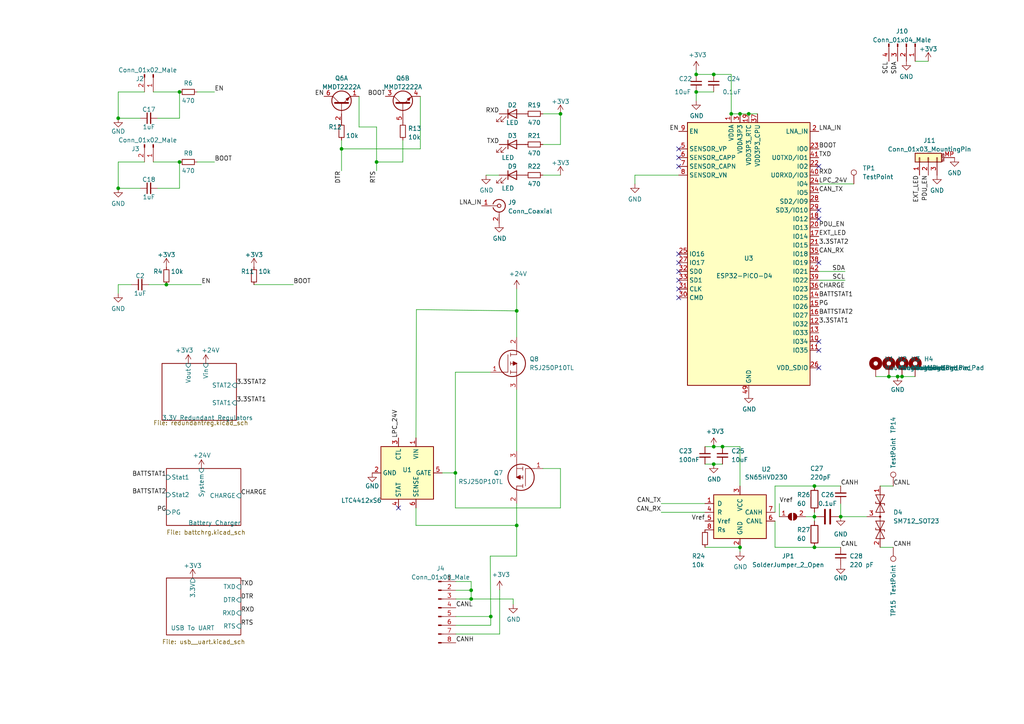
<source format=kicad_sch>
(kicad_sch (version 20211123) (generator eeschema)
  (paper "A4")
  (lib_symbols
    (symbol "Connector:Conn_01x02_Male" (pin_names (offset 1.016) hide)
      (property "Reference" "J" (at 0 2.54 0))
      (property "Value" "Conn_01x02_Male" (at 0 -5.08 0))
      (symbol "Conn_01x02_Male_1_1"
        (polyline (pts (xy 1.27 -2.54) (xy 0.8636 -2.54)) (stroke (width 0.1524)))
        (polyline (pts (xy 1.27 0) (xy 0.8636 0)) (stroke (width 0.1524)))
        (rectangle (start 0.8636 -2.413) (end 0 -2.667) (stroke (width 0.1524)) (fill (type outline)))
        (rectangle (start 0.8636 0.127) (end 0 -0.127) (stroke (width 0.1524)) (fill (type outline)))
        (pin passive line (at 5.08 0 180) (length 3.81) (name "Pin_1") (number "1"))
        (pin passive line (at 5.08 -2.54 180) (length 3.81) (name "Pin_2") (number "2"))
      )
    )
    (symbol "Connector:Conn_01x04_Male" (pin_names (offset 1.016) hide)
      (property "Reference" "J" (at 0 5.08 0))
      (property "Value" "Conn_01x04_Male" (at 0 -7.62 0))
      (symbol "Conn_01x04_Male_1_1"
        (polyline (pts (xy 1.27 -5.08) (xy 0.8636 -5.08)) (stroke (width 0.1524)))
        (polyline (pts (xy 1.27 -2.54) (xy 0.8636 -2.54)) (stroke (width 0.1524)))
        (polyline (pts (xy 1.27 0) (xy 0.8636 0)) (stroke (width 0.1524)))
        (polyline (pts (xy 1.27 2.54) (xy 0.8636 2.54)) (stroke (width 0.1524)))
        (rectangle (start 0.8636 -4.953) (end 0 -5.207) (stroke (width 0.1524)) (fill (type outline)))
        (rectangle (start 0.8636 -2.413) (end 0 -2.667) (stroke (width 0.1524)) (fill (type outline)))
        (rectangle (start 0.8636 0.127) (end 0 -0.127) (stroke (width 0.1524)) (fill (type outline)))
        (rectangle (start 0.8636 2.667) (end 0 2.413) (stroke (width 0.1524)) (fill (type outline)))
        (pin passive line (at 5.08 2.54 180) (length 3.81) (name "Pin_1") (number "1"))
        (pin passive line (at 5.08 0 180) (length 3.81) (name "Pin_2") (number "2"))
        (pin passive line (at 5.08 -2.54 180) (length 3.81) (name "Pin_3") (number "3"))
        (pin passive line (at 5.08 -5.08 180) (length 3.81) (name "Pin_4") (number "4"))
      )
    )
    (symbol "Connector:Conn_01x08_Male" (pin_names (offset 1.016) hide)
      (property "Reference" "J" (at 0 10.16 0))
      (property "Value" "Conn_01x08_Male" (at 0 -12.7 0))
      (symbol "Conn_01x08_Male_1_1"
        (polyline (pts (xy 1.27 -10.16) (xy 0.8636 -10.16)) (stroke (width 0.1524)))
        (polyline (pts (xy 1.27 -7.62) (xy 0.8636 -7.62)) (stroke (width 0.1524)))
        (polyline (pts (xy 1.27 -5.08) (xy 0.8636 -5.08)) (stroke (width 0.1524)))
        (polyline (pts (xy 1.27 -2.54) (xy 0.8636 -2.54)) (stroke (width 0.1524)))
        (polyline (pts (xy 1.27 0) (xy 0.8636 0)) (stroke (width 0.1524)))
        (polyline (pts (xy 1.27 2.54) (xy 0.8636 2.54)) (stroke (width 0.1524)))
        (polyline (pts (xy 1.27 5.08) (xy 0.8636 5.08)) (stroke (width 0.1524)))
        (polyline (pts (xy 1.27 7.62) (xy 0.8636 7.62)) (stroke (width 0.1524)))
        (rectangle (start 0.8636 -10.033) (end 0 -10.287) (stroke (width 0.1524)) (fill (type outline)))
        (rectangle (start 0.8636 -7.493) (end 0 -7.747) (stroke (width 0.1524)) (fill (type outline)))
        (rectangle (start 0.8636 -4.953) (end 0 -5.207) (stroke (width 0.1524)) (fill (type outline)))
        (rectangle (start 0.8636 -2.413) (end 0 -2.667) (stroke (width 0.1524)) (fill (type outline)))
        (rectangle (start 0.8636 0.127) (end 0 -0.127) (stroke (width 0.1524)) (fill (type outline)))
        (rectangle (start 0.8636 2.667) (end 0 2.413) (stroke (width 0.1524)) (fill (type outline)))
        (rectangle (start 0.8636 5.207) (end 0 4.953) (stroke (width 0.1524)) (fill (type outline)))
        (rectangle (start 0.8636 7.747) (end 0 7.493) (stroke (width 0.1524)) (fill (type outline)))
        (pin passive line (at 5.08 7.62 180) (length 3.81) (name "Pin_1") (number "1"))
        (pin passive line (at 5.08 5.08 180) (length 3.81) (name "Pin_2") (number "2"))
        (pin passive line (at 5.08 2.54 180) (length 3.81) (name "Pin_3") (number "3"))
        (pin passive line (at 5.08 0 180) (length 3.81) (name "Pin_4") (number "4"))
        (pin passive line (at 5.08 -2.54 180) (length 3.81) (name "Pin_5") (number "5"))
        (pin passive line (at 5.08 -5.08 180) (length 3.81) (name "Pin_6") (number "6"))
        (pin passive line (at 5.08 -7.62 180) (length 3.81) (name "Pin_7") (number "7"))
        (pin passive line (at 5.08 -10.16 180) (length 3.81) (name "Pin_8") (number "8"))
      )
    )
    (symbol "Connector:Conn_Coaxial" (pin_names (offset 1.016) hide)
      (property "Reference" "J" (at 0.254 3.048 0))
      (property "Value" "Conn_Coaxial" (at 2.921 0 90))
      (symbol "Conn_Coaxial_0_1"
        (arc (start -1.778 -0.508) (mid 0.222 -1.808) (end 1.778 0) (stroke (width 0.254)))
        (polyline (pts (xy -2.54 0) (xy -0.508 0)))
        (polyline (pts (xy 0 -2.54) (xy 0 -1.778)))
        (circle (center 0 0) (radius 0.508) (stroke (width 0.2032)))
        (arc (start 1.778 0) (mid 0.222 1.8083) (end -1.778 0.508) (stroke (width 0.254)))
      )
      (symbol "Conn_Coaxial_1_1"
        (pin passive line (at -5.08 0 0) (length 2.54) (name "In") (number "1"))
        (pin passive line (at 0 -5.08 90) (length 2.54) (name "Ext") (number "2"))
      )
    )
    (symbol "Connector:TestPoint" (pin_numbers hide) (pin_names (offset 0.762) hide)
      (property "Reference" "TP" (at 0 6.858 0))
      (property "Value" "TestPoint" (at 0 5.08 0))
      (symbol "TestPoint_0_1"
        (circle (center 0 3.302) (radius 0.762))
      )
      (symbol "TestPoint_1_1"
        (pin passive line (at 0 0 90) (length 2.54) (name "1") (number "1"))
      )
    )
    (symbol "Connector_Generic_MountingPin:Conn_01x03_MountingPin" (pin_names (offset 1.016) hide)
      (property "Reference" "J" (at 0 5.08 0))
      (property "Value" "Conn_01x03_MountingPin" (at 1.27 -5.08 0))
      (symbol "Conn_01x03_MountingPin_1_1"
        (rectangle (start -1.27 -2.413) (end 0 -2.667) (stroke (width 0.1524)))
        (rectangle (start -1.27 0.127) (end 0 -0.127) (stroke (width 0.1524)))
        (rectangle (start -1.27 2.667) (end 0 2.413) (stroke (width 0.1524)))
        (rectangle (start -1.27 3.81) (end 1.27 -3.81) (stroke (width 0.254)) (fill (type background)))
        (polyline (pts (xy -1.016 -4.572) (xy 1.016 -4.572)) (stroke (width 0.1524)))
        (text "Mounting" (at 0 -4.191 0) (effects (font (size 0.381 0.381))))
        (pin passive line (at -5.08 2.54 0) (length 3.81) (name "Pin_1") (number "1"))
        (pin passive line (at -5.08 0 0) (length 3.81) (name "Pin_2") (number "2"))
        (pin passive line (at -5.08 -2.54 0) (length 3.81) (name "Pin_3") (number "3"))
        (pin passive line (at 0 -7.62 90) (length 3.048) (name "MountPin") (number "MP"))
      )
    )
    (symbol "Device:C" (pin_numbers hide) (pin_names (offset 0.254))
      (property "Reference" "C" (at 0.635 2.54 0))
      (property "Value" "C" (at 0.635 -2.54 0))
      (symbol "C_0_1"
        (polyline (pts (xy -2.032 -0.762) (xy 2.032 -0.762)) (stroke (width 0.508)))
        (polyline (pts (xy -2.032 0.762) (xy 2.032 0.762)) (stroke (width 0.508)))
      )
      (symbol "C_1_1"
        (pin passive line (at 0 3.81 270) (length 2.794) (name "~") (number "1"))
        (pin passive line (at 0 -3.81 90) (length 2.794) (name "~") (number "2"))
      )
    )
    (symbol "Device:C_Small" (pin_numbers hide) (pin_names (offset 0.254) hide)
      (property "Reference" "C" (at 0.254 1.778 0))
      (property "Value" "C_Small" (at 0.254 -2.032 0))
      (symbol "C_Small_0_1"
        (polyline (pts (xy -1.524 -0.508) (xy 1.524 -0.508)) (stroke (width 0.3302)))
        (polyline (pts (xy -1.524 0.508) (xy 1.524 0.508)) (stroke (width 0.3048)))
      )
      (symbol "C_Small_1_1"
        (pin passive line (at 0 2.54 270) (length 2.032) (name "~") (number "1"))
        (pin passive line (at 0 -2.54 90) (length 2.032) (name "~") (number "2"))
      )
    )
    (symbol "Device:LED" (pin_numbers hide) (pin_names (offset 1.016) hide)
      (property "Reference" "D" (at 0 2.54 0))
      (property "Value" "LED" (at 0 -2.54 0))
      (symbol "LED_0_1"
        (polyline (pts (xy -1.27 -1.27) (xy -1.27 1.27)) (stroke (width 0.254)))
        (polyline (pts (xy -1.27 0) (xy 1.27 0)))
        (polyline (pts (xy 1.27 -1.27) (xy 1.27 1.27) (xy -1.27 0) (xy 1.27 -1.27)) (stroke (width 0.254)))
        (polyline (pts (xy -3.048 -0.762) (xy -4.572 -2.286) (xy -3.81 -2.286) (xy -4.572 -2.286) (xy -4.572 -1.524)))
        (polyline (pts (xy -1.778 -0.762) (xy -3.302 -2.286) (xy -2.54 -2.286) (xy -3.302 -2.286) (xy -3.302 -1.524)))
      )
      (symbol "LED_1_1"
        (pin passive line (at -3.81 0 0) (length 2.54) (name "K") (number "1"))
        (pin passive line (at 3.81 0 180) (length 2.54) (name "A") (number "2"))
      )
    )
    (symbol "Device:R" (pin_numbers hide) (pin_names (offset 0))
      (property "Reference" "R" (at 2.032 0 90))
      (property "Value" "R" (at 0 0 90))
      (symbol "R_0_1"
        (rectangle (start -1.016 -2.54) (end 1.016 2.54) (stroke (width 0.254)))
      )
      (symbol "R_1_1"
        (pin passive line (at 0 3.81 270) (length 1.27) (name "~") (number "1"))
        (pin passive line (at 0 -3.81 90) (length 1.27) (name "~") (number "2"))
      )
    )
    (symbol "Device:R_Small" (pin_numbers hide) (pin_names (offset 0.254) hide)
      (property "Reference" "R" (at 0.762 0.508 0))
      (property "Value" "R_Small" (at 0.762 -1.016 0))
      (symbol "R_Small_0_1"
        (rectangle (start -0.762 1.778) (end 0.762 -1.778) (stroke (width 0.2032)))
      )
      (symbol "R_Small_1_1"
        (pin passive line (at 0 2.54 270) (length 0.762) (name "~") (number "1"))
        (pin passive line (at 0 -2.54 90) (length 0.762) (name "~") (number "2"))
      )
    )
    (symbol "Diode:SM712_SOT23" (pin_names (offset 1.016) hide)
      (property "Reference" "D" (at 0 4.445 0))
      (property "Value" "SM712_SOT23" (at 0 2.54 0))
      (symbol "SM712_SOT23_0_0"
        (polyline (pts (xy 0 -1.27) (xy 0 0)))
      )
      (symbol "SM712_SOT23_0_1"
        (polyline (pts (xy -6.35 0) (xy 6.35 0)))
        (polyline (pts (xy -3.302 1.27) (xy -3.81 1.27) (xy -3.81 -1.27) (xy -4.318 -1.27)) (stroke (width 0.2032)))
        (polyline (pts (xy 4.318 1.27) (xy 3.81 1.27) (xy 3.81 -1.27) (xy 3.302 -1.27)) (stroke (width 0.2032)))
        (polyline (pts (xy -6.35 -1.27) (xy -1.27 1.27) (xy -1.27 -1.27) (xy -6.35 1.27) (xy -6.35 -1.27)) (stroke (width 0.2032)))
        (polyline (pts (xy 1.27 -1.27) (xy 1.27 1.27) (xy 6.35 -1.27) (xy 6.35 1.27) (xy 1.27 -1.27)) (stroke (width 0.2032)))
        (circle (center 0 0) (radius 0.254) (fill (type outline)))
      )
      (symbol "SM712_SOT23_1_1"
        (pin passive line (at -8.89 0 0) (length 2.54) (name "A1") (number "1"))
        (pin passive line (at 8.89 0 180) (length 2.54) (name "A2") (number "2"))
        (pin input line (at 0 -3.81 90) (length 2.54) (name "common") (number "3"))
      )
    )
    (symbol "Interface_CAN_LIN:SN65HVD230" (pin_names (offset 1.016))
      (property "Reference" "U" (at -2.54 10.16 0))
      (property "Value" "SN65HVD230" (at -2.54 7.62 0))
      (symbol "SN65HVD230_0_1"
        (rectangle (start -7.62 5.08) (end 7.62 -7.62) (stroke (width 0.254)) (fill (type background)))
      )
      (symbol "SN65HVD230_1_1"
        (pin input line (at -10.16 2.54 0) (length 2.54) (name "D") (number "1"))
        (pin power_in line (at 0 -10.16 90) (length 2.54) (name "GND") (number "2"))
        (pin power_in line (at 0 7.62 270) (length 2.54) (name "VCC") (number "3"))
        (pin output line (at -10.16 0 0) (length 2.54) (name "R") (number "4"))
        (pin output line (at -10.16 -2.54 0) (length 2.54) (name "Vref") (number "5"))
        (pin bidirectional line (at 10.16 -2.54 180) (length 2.54) (name "CANL") (number "6"))
        (pin bidirectional line (at 10.16 0 180) (length 2.54) (name "CANH") (number "7"))
        (pin input line (at -10.16 -5.08 0) (length 2.54) (name "Rs") (number "8"))
      )
    )
    (symbol "Jumper:SolderJumper_2_Open" (pin_names (offset 0) hide)
      (property "Reference" "JP" (at 0 2.032 0))
      (property "Value" "SolderJumper_2_Open" (at 0 -2.54 0))
      (symbol "SolderJumper_2_Open_0_1"
        (arc (start -0.254 1.016) (mid -1.27 0) (end -0.254 -1.016))
        (arc (start -0.254 1.016) (mid -1.27 0) (end -0.254 -1.016) (fill (type outline)))
        (polyline (pts (xy -0.254 1.016) (xy -0.254 -1.016)))
        (polyline (pts (xy 0.254 1.016) (xy 0.254 -1.016)))
        (arc (start 0.254 -1.016) (mid 1.27 0) (end 0.254 1.016))
        (arc (start 0.254 -1.016) (mid 1.27 0) (end 0.254 1.016) (fill (type outline)))
      )
      (symbol "SolderJumper_2_Open_1_1"
        (pin passive line (at -3.81 0 0) (length 2.54) (name "A") (number "1"))
        (pin passive line (at 3.81 0 180) (length 2.54) (name "B") (number "2"))
      )
    )
    (symbol "Mechanical:MountingHole_Pad" (pin_numbers hide) (pin_names (offset 1.016) hide)
      (property "Reference" "H" (at 0 6.35 0))
      (property "Value" "MountingHole_Pad" (at 0 4.445 0))
      (symbol "MountingHole_Pad_0_1"
        (circle (center 0 1.27) (radius 1.27) (stroke (width 1.27)))
      )
      (symbol "MountingHole_Pad_1_1"
        (pin input line (at 0 -2.54 90) (length 2.54) (name "1") (number "1"))
      )
    )
    (symbol "Power_Management:LTC4412xS6"
      (property "Reference" "U" (at -6.35 8.89 0))
      (property "Value" "LTC4412xS6" (at 6.35 8.89 0))
      (symbol "LTC4412xS6_0_1"
        (rectangle (start -7.62 7.62) (end 7.62 -7.62) (stroke (width 0.254)) (fill (type background)))
      )
      (symbol "LTC4412xS6_1_1"
        (pin power_in line (at -10.16 2.54 0) (length 2.54) (name "VIN") (number "1"))
        (pin power_in line (at 0 -10.16 90) (length 2.54) (name "GND") (number "2"))
        (pin input line (at -10.16 -2.54 0) (length 2.54) (name "CTL") (number "3"))
        (pin open_collector line (at 10.16 -2.54 180) (length 2.54) (name "STAT") (number "4"))
        (pin output line (at 0 10.16 270) (length 2.54) (name "GATE") (number "5"))
        (pin input line (at 10.16 2.54 180) (length 2.54) (name "SENSE") (number "6"))
      )
    )
    (symbol "RF_Module:ESP32-PICO-D4"
      (property "Reference" "U" (at -17.78 39.37 0))
      (property "Value" "ESP32-PICO-D4" (at 3.81 39.37 0))
      (symbol "ESP32-PICO-D4_0_0"
        (pin power_in line (at -5.08 40.64 270) (length 2.54) (name "VDDA") (number "1"))
        (pin input line (at 20.32 -25.4 180) (length 2.54) (name "IO34") (number "10"))
        (pin input line (at 20.32 -27.94 180) (length 2.54) (name "IO35") (number "11"))
        (pin bidirectional line (at 20.32 -20.32 180) (length 2.54) (name "IO32") (number "12"))
        (pin bidirectional line (at 20.32 -22.86 180) (length 2.54) (name "IO33") (number "13"))
        (pin bidirectional line (at 20.32 -12.7 180) (length 2.54) (name "IO25") (number "14"))
        (pin bidirectional line (at 20.32 -15.24 180) (length 2.54) (name "IO26") (number "15"))
        (pin bidirectional line (at 20.32 -17.78 180) (length 2.54) (name "IO27") (number "16"))
        (pin bidirectional line (at 20.32 5.08 180) (length 2.54) (name "IO14") (number "17"))
        (pin bidirectional line (at 20.32 10.16 180) (length 2.54) (name "IO12") (number "18"))
        (pin power_in line (at 0 40.64 270) (length 2.54) (name "VDD3P3_RTC") (number "19"))
        (pin bidirectional line (at 20.32 35.56 180) (length 2.54) (name "LNA_IN") (number "2"))
        (pin bidirectional line (at 20.32 7.62 180) (length 2.54) (name "IO13") (number "20"))
        (pin bidirectional line (at 20.32 2.54 180) (length 2.54) (name "IO15") (number "21"))
        (pin bidirectional line (at 20.32 25.4 180) (length 2.54) (name "IO2") (number "22"))
        (pin bidirectional line (at 20.32 30.48 180) (length 2.54) (name "IO0") (number "23"))
        (pin bidirectional line (at 20.32 20.32 180) (length 2.54) (name "IO4") (number "24"))
        (pin bidirectional line (at -20.32 0 0) (length 2.54) (name "IO16") (number "25"))
        (pin power_out line (at 20.32 -33.02 180) (length 2.54) (name "VDD_SDIO") (number "26"))
        (pin bidirectional line (at -20.32 -2.54 0) (length 2.54) (name "IO17") (number "27"))
        (pin bidirectional line (at 20.32 15.24 180) (length 2.54) (name "SD2/IO9") (number "28"))
        (pin bidirectional line (at 20.32 12.7 180) (length 2.54) (name "SD3/IO10") (number "29"))
        (pin power_in line (at -2.54 40.64 270) (length 2.54) (name "VDDA3P3") (number "3"))
        (pin bidirectional line (at -20.32 -12.7 0) (length 2.54) (name "CMD") (number "30"))
        (pin bidirectional line (at -20.32 -10.16 0) (length 2.54) (name "CLK") (number "31"))
        (pin bidirectional line (at -20.32 -5.08 0) (length 2.54) (name "SD0") (number "32"))
        (pin bidirectional line (at -20.32 -7.62 0) (length 2.54) (name "SD1") (number "33"))
        (pin bidirectional line (at 20.32 17.78 180) (length 2.54) (name "IO5") (number "34"))
        (pin bidirectional line (at 20.32 0 180) (length 2.54) (name "IO18") (number "35"))
        (pin bidirectional line (at 20.32 -10.16 180) (length 2.54) (name "IO23") (number "36"))
        (pin power_in line (at 2.54 40.64 270) (length 2.54) (name "VDD3P3_CPU") (number "37"))
        (pin bidirectional line (at 20.32 -2.54 180) (length 2.54) (name "IO19") (number "38"))
        (pin bidirectional line (at 20.32 -7.62 180) (length 2.54) (name "IO22") (number "39"))
        (pin passive line (at -2.54 40.64 270) (length 2.54) hide (name "VDDA3P3") (number "4"))
        (pin bidirectional line (at 20.32 22.86 180) (length 2.54) (name "U0RXD/IO3") (number "40"))
        (pin bidirectional line (at 20.32 27.94 180) (length 2.54) (name "U0TXD/IO1") (number "41"))
        (pin bidirectional line (at 20.32 -5.08 180) (length 2.54) (name "IO21") (number "42"))
        (pin passive line (at -5.08 40.64 270) (length 2.54) hide (name "VDDA") (number "43"))
        (pin no_connect line (at -17.78 -25.4 0) (length 2.54) hide (name "XTAL_N_NC") (number "44"))
        (pin no_connect line (at -17.78 -27.94 0) (length 2.54) hide (name "XTAL_P_NC") (number "45"))
        (pin passive line (at -5.08 40.64 270) (length 2.54) hide (name "VDDA") (number "46"))
        (pin no_connect line (at -17.78 -30.48 0) (length 2.54) hide (name "CAP2_NC") (number "47"))
        (pin no_connect line (at -17.78 -33.02 0) (length 2.54) hide (name "CAP1_NC") (number "48"))
        (pin power_in line (at 0 -40.64 90) (length 2.54) (name "GND") (number "49"))
        (pin input line (at -20.32 30.48 0) (length 2.54) (name "SENSOR_VP") (number "5"))
        (pin input line (at -20.32 27.94 0) (length 2.54) (name "SENSOR_CAPP") (number "6"))
        (pin input line (at -20.32 25.4 0) (length 2.54) (name "SENSOR_CAPN") (number "7"))
        (pin input line (at -20.32 22.86 0) (length 2.54) (name "SENSOR_VN") (number "8"))
        (pin input line (at -20.32 35.56 0) (length 2.54) (name "EN") (number "9"))
      )
      (symbol "ESP32-PICO-D4_0_1"
        (rectangle (start -17.78 38.1) (end 17.78 -38.1) (stroke (width 0.254)) (fill (type background)))
      )
    )
    (symbol "Transistor_BJT:MMDT2222A" (pin_names (offset 0) hide)
      (property "Reference" "Q" (at 5.08 1.27 0))
      (property "Value" "MMDT2222A" (at 5.08 -1.27 0))
      (symbol "MMDT2222A_0_1"
        (polyline (pts (xy 0.635 0) (xy -2.54 0)))
        (polyline (pts (xy 0.635 0.635) (xy 2.54 2.54)))
        (polyline (pts (xy 0.635 -0.635) (xy 2.54 -2.54) (xy 2.54 -2.54)))
        (polyline (pts (xy 0.635 1.905) (xy 0.635 -1.905) (xy 0.635 -1.905)) (stroke (width 0.508)))
        (polyline (pts (xy 1.27 -1.778) (xy 1.778 -1.27) (xy 2.286 -2.286) (xy 1.27 -1.778) (xy 1.27 -1.778)) (fill (type outline)))
        (circle (center 1.27 0) (radius 2.8194) (stroke (width 0.254)))
      )
      (symbol "MMDT2222A_1_1"
        (pin passive line (at 2.54 -5.08 90) (length 2.54) (name "E1") (number "1"))
        (pin input line (at -5.08 0 0) (length 2.54) (name "B1") (number "2"))
        (pin passive line (at 2.54 5.08 270) (length 2.54) (name "C1") (number "6"))
      )
      (symbol "MMDT2222A_2_1"
        (pin passive line (at 2.54 5.08 270) (length 2.54) (name "C2") (number "3"))
        (pin passive line (at 2.54 -5.08 90) (length 2.54) (name "E2") (number "4"))
        (pin input line (at -5.08 0 0) (length 2.54) (name "B2") (number "5"))
      )
    )
    (symbol "iclr:RSJ250P10TL" (pin_names (offset 0.762))
      (property "Reference" "Q" (at 11.43 3.81 0))
      (property "Value" "RSJ250P10TL" (at 11.43 1.27 0))
      (symbol "RSJ250P10TL_0_0"
        (pin passive line (at 0 0 0) (length 2.54) (name "~") (number "1"))
        (pin passive line (at 7.62 10.16 270) (length 2.54) (name "~") (number "2"))
        (pin passive line (at 7.62 -5.08 90) (length 2.54) (name "~") (number "3"))
      )
      (symbol "RSJ250P10TL_0_1"
        (polyline (pts (xy 5.842 -0.508) (xy 5.842 0.508)) (stroke (width 0.1524)))
        (polyline (pts (xy 5.842 0) (xy 7.62 0)) (stroke (width 0.1524)))
        (polyline (pts (xy 5.842 2.032) (xy 5.842 3.048)) (stroke (width 0.1524)))
        (polyline (pts (xy 5.842 5.588) (xy 5.842 4.572)) (stroke (width 0.1524)))
        (polyline (pts (xy 7.62 2.54) (xy 5.842 2.54)) (stroke (width 0.1524)))
        (polyline (pts (xy 7.62 2.54) (xy 7.62 -2.54)) (stroke (width 0.1524)))
        (polyline (pts (xy 7.62 5.08) (xy 5.842 5.08)) (stroke (width 0.1524)))
        (polyline (pts (xy 7.62 5.08) (xy 7.62 7.62)) (stroke (width 0.1524)))
        (polyline (pts (xy 2.54 0) (xy 5.08 0) (xy 5.08 5.08)) (stroke (width 0.1524)))
        (polyline (pts (xy 7.62 2.54) (xy 6.604 3.048) (xy 6.604 2.032) (xy 7.62 2.54)) (stroke (width 0.254)) (fill (type outline)))
        (circle (center 6.35 2.54) (radius 3.81) (stroke (width 0.254)))
      )
    )
    (symbol "power:+24V" (power) (pin_names (offset 0))
      (property "Value" "+24V" (at 0 3.556 0))
      (symbol "+24V_0_1"
        (polyline (pts (xy -0.762 1.27) (xy 0 2.54)))
        (polyline (pts (xy 0 0) (xy 0 2.54)))
        (polyline (pts (xy 0 2.54) (xy 0.762 1.27)))
      )
      (symbol "+24V_1_1"
        (pin power_in line (at 0 0 90) (length 0) hide (name "+24V") (number "1"))
      )
    )
    (symbol "power:+3.3V" (power) (pin_names (offset 0))
      (property "Value" "+3.3V" (at 0 3.556 0))
      (symbol "+3.3V_0_1"
        (polyline (pts (xy -0.762 1.27) (xy 0 2.54)))
        (polyline (pts (xy 0 0) (xy 0 2.54)))
        (polyline (pts (xy 0 2.54) (xy 0.762 1.27)))
      )
      (symbol "+3.3V_1_1"
        (pin power_in line (at 0 0 90) (length 0) hide (name "+3V3") (number "1"))
      )
    )
    (symbol "power:GND" (power) (pin_names (offset 0))
      (property "Value" "GND" (at 0 -3.81 0))
      (symbol "GND_0_1"
        (polyline (pts (xy 0 0) (xy 0 -1.27) (xy 1.27 -1.27) (xy 0 -2.54) (xy -1.27 -1.27) (xy 0 -1.27)))
      )
      (symbol "GND_1_1"
        (pin power_in line (at 0 0 270) (length 0) hide (name "GND") (number "1"))
      )
    )
  )
  (junction (at 217.17 33.02))
  (junction (at 257.81 109.22))
  (junction (at 52.07 26.67))
  (junction (at 109.22 46.99))
  (junction (at 52.07 46.99))
  (junction (at 149.86 152.4))
  (junction (at 243.84 149.86))
  (junction (at 136.652 173.736))
  (junction (at 48.26 82.55))
  (junction (at 236.22 149.86))
  (junction (at 136.652 171.196))
  (junction (at 212.09 33.02))
  (junction (at 142.3416 178.816))
  (junction (at 99.06 43.18))
  (junction (at 34.29 54.61))
  (junction (at 214.63 158.75))
  (junction (at 207.01 21.59))
  (junction (at 236.22 158.75))
  (junction (at 261.62 109.22))
  (junction (at 207.01 134.62))
  (junction (at 149.86 90.17))
  (junction (at 214.63 33.02))
  (junction (at 34.29 34.29))
  (junction (at 162.56 33.02))
  (junction (at 260.35 109.22))
  (junction (at 207.01 129.54))
  (junction (at 209.55 129.54))
  (junction (at 201.93 21.59))
  (junction (at 236.22 140.97))
  (junction (at 201.93 26.67))
  (junction (at 132.08 137.16))
  (no_connect (at 196.85 76.2))
  (no_connect (at 196.85 48.26))
  (no_connect (at 237.49 48.26))
  (no_connect (at 196.85 43.18))
  (no_connect (at 196.85 73.66))
  (no_connect (at 237.49 99.06))
  (no_connect (at 196.85 78.74))
  (no_connect (at 196.85 83.82))
  (no_connect (at 237.49 63.5))
  (no_connect (at 196.85 45.72))
  (no_connect (at 115.57 147.32))
  (no_connect (at 237.49 60.96))
  (no_connect (at 237.49 76.2))
  (no_connect (at 237.49 101.6))
  (no_connect (at 196.85 81.28))
  (no_connect (at 196.85 86.36))
  (no_connect (at 237.49 106.68))
  (wire (pts (xy 236.22 158.75) (xy 243.84 158.75)))
  (wire (pts (xy 207.01 26.67) (xy 201.93 26.67)))
  (wire (pts (xy 132.08 107.95) (xy 132.08 137.16)))
  (wire (pts (xy 237.49 78.74) (xy 245.11 78.74)))
  (wire (pts (xy 233.68 149.86) (xy 236.22 149.86)))
  (wire (pts (xy 149.86 152.4) (xy 149.86 161.29)))
  (wire (pts (xy 243.84 149.86) (xy 251.46 149.86)))
  (wire (pts (xy 132.2324 178.816) (xy 142.3416 178.816)))
  (wire (pts (xy 144.9324 171.0944) (xy 144.907 171.069)))
  (wire (pts (xy 149.86 161.29) (xy 142.1892 161.29)))
  (wire (pts (xy 99.06 40.64) (xy 99.06 43.18)))
  (wire (pts (xy 44.45 46.99) (xy 52.07 46.99)))
  (wire (pts (xy 196.85 50.8) (xy 184.15 50.8)))
  (wire (pts (xy 236.22 140.97) (xy 243.84 140.97)))
  (wire (pts (xy 149.86 146.05) (xy 149.86 152.4)))
  (wire (pts (xy 191.77 146.05) (xy 204.47 146.05)))
  (wire (pts (xy 109.22 46.99) (xy 116.84 46.99)))
  (wire (pts (xy 43.18 82.55) (xy 48.26 82.55)))
  (wire (pts (xy 204.47 129.54) (xy 207.01 129.54)))
  (wire (pts (xy 120.777 89.789) (xy 149.86 90.17)))
  (wire (pts (xy 132.2324 168.656) (xy 136.652 168.656)))
  (wire (pts (xy 45.72 34.29) (xy 52.07 34.29)))
  (wire (pts (xy 201.93 21.59) (xy 207.01 21.59)))
  (wire (pts (xy 149.86 83.82) (xy 149.86 90.17)))
  (wire (pts (xy 136.652 171.196) (xy 136.652 173.736)))
  (wire (pts (xy 162.56 41.91) (xy 162.56 33.02)))
  (wire (pts (xy 204.47 134.62) (xy 207.01 134.62)))
  (wire (pts (xy 99.06 43.18) (xy 99.06 49.53)))
  (wire (pts (xy 38.1 82.55) (xy 34.29 82.55)))
  (wire (pts (xy 162.56 33.02) (xy 157.48 33.02)))
  (wire (pts (xy 57.15 26.67) (xy 62.23 26.67)))
  (wire (pts (xy 162.56 135.89) (xy 157.48 135.89)))
  (wire (pts (xy 214.63 33.02) (xy 217.17 33.02)))
  (wire (pts (xy 236.22 148.59) (xy 236.22 149.86)))
  (wire (pts (xy 44.45 26.67) (xy 52.07 26.67)))
  (wire (pts (xy 34.29 26.67) (xy 34.29 34.29)))
  (wire (pts (xy 214.63 160.02) (xy 214.63 158.75)))
  (wire (pts (xy 128.27 137.16) (xy 132.08 137.16)))
  (wire (pts (xy 140.97 50.8) (xy 144.78 50.8)))
  (wire (pts (xy 136.652 173.736) (xy 148.844 173.736)))
  (wire (pts (xy 132.2324 171.196) (xy 136.652 171.196)))
  (wire (pts (xy 260.35 109.22) (xy 261.62 109.22)))
  (wire (pts (xy 57.15 46.99) (xy 62.23 46.99)))
  (wire (pts (xy 132.2324 173.736) (xy 136.652 173.736)))
  (wire (pts (xy 132.08 107.95) (xy 142.24 107.95)))
  (wire (pts (xy 265.43 17.78) (xy 269.24 17.78)))
  (wire (pts (xy 149.86 90.17) (xy 149.86 97.79)))
  (wire (pts (xy 237.49 81.28) (xy 245.11 81.28)))
  (wire (pts (xy 34.29 34.29) (xy 40.64 34.29)))
  (wire (pts (xy 224.79 158.75) (xy 236.22 158.75)))
  (wire (pts (xy 34.29 82.55) (xy 34.29 85.09)))
  (wire (pts (xy 41.91 46.99) (xy 34.29 46.99)))
  (wire (pts (xy 142.3416 178.816) (xy 142.3416 181.356)))
  (wire (pts (xy 132.08 147.32) (xy 162.56 147.32)))
  (wire (pts (xy 149.86 113.03) (xy 149.86 130.81)))
  (wire (pts (xy 224.79 140.97) (xy 236.22 140.97)))
  (wire (pts (xy 52.07 26.67) (xy 52.07 34.29)))
  (wire (pts (xy 184.15 50.8) (xy 184.15 53.34)))
  (wire (pts (xy 209.55 129.54) (xy 214.63 129.54)))
  (wire (pts (xy 52.07 46.99) (xy 52.07 54.61)))
  (wire (pts (xy 34.29 54.61) (xy 40.64 54.61)))
  (wire (pts (xy 257.81 109.22) (xy 260.35 109.22)))
  (wire (pts (xy 201.93 20.32) (xy 201.93 21.59)))
  (wire (pts (xy 201.93 26.67) (xy 201.93 29.21)))
  (wire (pts (xy 207.01 129.54) (xy 209.55 129.54)))
  (wire (pts (xy 207.01 21.59) (xy 212.09 21.59)))
  (wire (pts (xy 109.22 46.99) (xy 109.22 36.83)))
  (wire (pts (xy 243.84 146.05) (xy 243.84 149.86)))
  (wire (pts (xy 157.48 50.8) (xy 162.56 50.8)))
  (wire (pts (xy 48.26 82.55) (xy 58.42 82.55)))
  (wire (pts (xy 99.06 43.18) (xy 121.92 43.18)))
  (wire (pts (xy 148.844 173.736) (xy 148.844 175.26)))
  (wire (pts (xy 207.01 134.62) (xy 209.55 134.62)))
  (wire (pts (xy 34.29 46.99) (xy 34.29 54.61)))
  (wire (pts (xy 214.63 129.54) (xy 214.63 140.97)))
  (wire (pts (xy 120.65 127) (xy 120.777 89.789)))
  (wire (pts (xy 237.49 53.34) (xy 247.65 53.34)))
  (wire (pts (xy 224.79 151.13) (xy 224.79 158.75)))
  (wire (pts (xy 121.92 43.18) (xy 121.92 27.94)))
  (wire (pts (xy 45.72 54.61) (xy 52.07 54.61)))
  (wire (pts (xy 120.65 152.4) (xy 149.86 152.4)))
  (wire (pts (xy 226.06 146.05) (xy 226.06 149.86)))
  (wire (pts (xy 136.652 168.656) (xy 136.652 171.196)))
  (wire (pts (xy 132.08 137.16) (xy 132.08 147.32)))
  (wire (pts (xy 132.2324 183.896) (xy 144.9324 183.896)))
  (wire (pts (xy 104.14 36.83) (xy 104.14 27.94)))
  (wire (pts (xy 204.47 158.75) (xy 214.63 158.75)))
  (wire (pts (xy 120.65 152.4) (xy 120.65 147.32)))
  (wire (pts (xy 116.84 46.99) (xy 116.84 40.64)))
  (wire (pts (xy 132.2324 181.356) (xy 142.3416 181.356)))
  (wire (pts (xy 162.56 147.32) (xy 162.56 135.89)))
  (wire (pts (xy 157.48 41.91) (xy 162.56 41.91)))
  (wire (pts (xy 214.63 33.02) (xy 212.09 33.02)))
  (wire (pts (xy 219.71 33.02) (xy 217.17 33.02)))
  (wire (pts (xy 236.22 149.86) (xy 236.22 151.13)))
  (wire (pts (xy 41.91 26.67) (xy 34.29 26.67)))
  (wire (pts (xy 191.77 148.59) (xy 204.47 148.59)))
  (wire (pts (xy 142.1892 161.29) (xy 142.3416 178.816)))
  (wire (pts (xy 255.27 158.75) (xy 259.08 158.75)))
  (wire (pts (xy 255.27 140.97) (xy 259.08 140.97)))
  (wire (pts (xy 144.9324 171.0944) (xy 144.9324 183.896)))
  (wire (pts (xy 109.22 36.83) (xy 104.14 36.83)))
  (wire (pts (xy 224.79 148.59) (xy 224.79 140.97)))
  (wire (pts (xy 254 109.22) (xy 257.81 109.22)))
  (wire (pts (xy 212.09 21.59) (xy 212.09 33.02)))
  (wire (pts (xy 261.62 109.22) (xy 265.43 109.22)))
  (wire (pts (xy 73.66 82.55) (xy 85.09 82.55)))
  (wire (pts (xy 109.22 46.99) (xy 109.22 49.53)))
  (label "CANH" (at 132.2324 186.436 0))
  (label "BATTSTAT1" (at 48.26 138.43 180))
  (label "DTR" (at 69.85 173.99 0))
  (label "Vref" (at 204.47 151.13 180))
  (label "BATTSTAT1" (at 237.49 86.36 0))
  (label "EXT_LED" (at 266.7 50.8 270))
  (label "DTR" (at 99.06 49.53 270))
  (label "RTS" (at 109.22 49.53 270))
  (label "BOOT" (at 111.76 27.94 180))
  (label "EN" (at 196.85 38.1 180))
  (label "SCL" (at 245.11 81.28 180))
  (label "PDU_EN" (at 269.24 50.8 270))
  (label "TXD" (at 69.85 170.18 0))
  (label "TXD" (at 237.49 45.72 0))
  (label "3.3STAT2" (at 68.58 111.76 0))
  (label "BOOT" (at 237.49 43.18 0))
  (label "CANL" (at 259.08 140.97 0))
  (label "3.3STAT1" (at 237.49 93.98 0))
  (label "BOOT" (at 62.23 46.99 0))
  (label "BATTSTAT2" (at 237.49 91.44 0))
  (label "RXD" (at 69.85 177.8 0))
  (label "CANH" (at 243.84 140.97 0))
  (label "CANH" (at 259.08 158.75 0))
  (label "EXT_LED" (at 237.49 68.58 0))
  (label "LNA_IN" (at 237.49 38.1 0))
  (label "3.3STAT2" (at 237.49 71.12 0))
  (label "LPC_24V" (at 115.57 127 90))
  (label "RXD" (at 144.78 33.02 180))
  (label "SCL" (at 257.81 17.78 270))
  (label "EN" (at 58.42 82.55 0))
  (label "CANL" (at 132.2324 176.276 0))
  (label "CHARGE" (at 69.85 143.764 0))
  (label "PG" (at 237.49 88.9 0))
  (label "BOOT" (at 85.09 82.55 0))
  (label "RTS" (at 69.85 181.61 0))
  (label "SDA" (at 260.35 17.78 270))
  (label "TXD" (at 144.78 41.91 180))
  (label "BATTSTAT2" (at 48.26 143.51 180))
  (label "CANL" (at 243.84 158.75 0))
  (label "EN" (at 93.98 27.94 180))
  (label "LNA_IN" (at 139.7 59.69 180))
  (label "PG" (at 48.26 148.59 180))
  (label "CAN_TX" (at 237.49 55.88 0))
  (label "CHARGE" (at 237.49 83.82 0))
  (label "RXD" (at 237.49 50.8 0))
  (label "CAN_RX" (at 237.49 73.66 0))
  (label "3.3STAT1" (at 68.58 116.84 0))
  (label "EN" (at 62.23 26.67 0))
  (label "CAN_RX" (at 191.77 148.59 180))
  (label "Vref" (at 226.06 146.05 0))
  (label "SDA" (at 245.11 78.74 180))
  (label "CAN_TX" (at 191.77 146.05 180))
  (label "PDU_EN" (at 237.49 66.04 0))
  (label "LPC_24V" (at 237.49 53.34 0))
  (symbol (lib_id "RF_Module:ESP32-PICO-D4") (at 217.17 73.66 0) (unit 1)
    (property "Reference" "U3" (at 217.17 74.93 0))
    (property "Value" "ESP32-PICO-D4" (at 215.9 80.01 0))
    (property "Footprint" "Package_DFN_QFN:QFN-48-1EP_7x7mm_P0.5mm_EP5.3x5.3mm" (effects hide))
    (property "Datasheet" "https://www.espressif.com/sites/default/files/documentation/esp32-pico-d4_datasheet_en.pdf" (effects hide))
  )
  (symbol (lib_id "power:GND") (at 217.17 114.3 0) (unit 1)
    (property "Reference" "#PWR0104" (effects hide))
    (property "Value" "GND" (at 217.297 118.6942 0))
  )
  (symbol (lib_id "power:+3.3V") (at 201.93 20.32 0) (unit 1)
    (property "Reference" "#PWR0101" (effects hide))
    (property "Value" "+3.3V" (at 202.311 15.9258 0))
  )
  (symbol (lib_id "Device:C_Small") (at 201.93 24.13 0) (unit 1)
    (property "Reference" "C22" (at 196.85 22.86 0) (effects (justify left)))
    (property "Value" "10uF" (at 195.58 26.67 0) (effects (justify left)))
    (property "Footprint" "Capacitor_SMD:C_0603_1608Metric" (effects hide))
  )
  (symbol (lib_id "Device:C_Small") (at 207.01 24.13 0) (unit 1)
    (property "Reference" "C24" (at 210.82 22.86 0) (effects (justify left)))
    (property "Value" "0.1uF" (at 209.55 26.67 0) (effects (justify left)))
    (property "Footprint" "Capacitor_SMD:C_0603_1608Metric" (effects hide))
  )
  (symbol (lib_id "power:GND") (at 201.93 29.21 0) (unit 1)
    (property "Reference" "#PWR0102" (effects hide))
    (property "Value" "GND" (at 202.057 33.6042 0))
  )
  (symbol (lib_id "power:+3.3V") (at 54.61 105.41 0) (unit 1)
    (property "Reference" "#PWR0121" (effects hide))
    (property "Value" "+3.3V" (at 50.8 101.6 0) (effects (justify left)))
  )
  (symbol (lib_id "power:GND") (at 148.844 175.26 0) (unit 1)
    (property "Reference" "#PWR0105" (effects hide))
    (property "Value" "GND" (at 148.971 179.6542 0))
  )
  (symbol (lib_id "power:+3.3V") (at 144.907 171.069 0) (unit 1)
    (property "Reference" "#PWR0106" (effects hide))
    (property "Value" "+3.3V" (at 145.288 166.6748 0))
  )
  (symbol (lib_id "power:+24V") (at 58.42 135.89 0) (unit 1)
    (property "Reference" "#PWR0123" (effects hide))
    (property "Value" "+24V" (at 55.88 132.08 0) (effects (justify left)))
  )
  (symbol (lib_id "power:+24V") (at 59.69 105.41 0) (unit 1)
    (property "Reference" "#PWR0122" (effects hide))
    (property "Value" "+24V" (at 58.42 101.6 0) (effects (justify left)))
  )
  (symbol (lib_id "Power_Management:LTC4412xS6") (at 118.11 137.16 270) (unit 1)
    (property "Reference" "U1" (at 116.713 136.271 90) (effects (justify left)))
    (property "Value" "LTC4412xS6" (at 98.933 145.161 90) (effects (justify left)))
    (property "Footprint" "Package_TO_SOT_SMD:TSOT-23-6" (effects hide))
    (property "Datasheet" "https://www.analog.com/media/en/technical-documentation/data-sheets/4412fb.pdf" (effects hide))
  )
  (symbol (lib_id "power:+24V") (at 149.86 83.82 0) (unit 1)
    (property "Reference" "#PWR0115" (effects hide))
    (property "Value" "+24V" (at 150.241 79.4258 0))
  )
  (symbol (lib_id "power:GND") (at 107.95 137.16 0) (unit 1)
    (property "Reference" "#PWR0112" (effects hide))
    (property "Value" "GND" (at 107.95 140.97 0))
  )
  (symbol (lib_id "Connector:Conn_Coaxial") (at 144.78 59.69 0) (unit 1)
    (property "Reference" "J9" (at 147.32 58.7131 0) (effects (justify left)))
    (property "Value" "Conn_Coaxial" (at 147.32 61.2531 0) (effects (justify left)))
    (property "Footprint" "Connector_Coaxial:U.FL_Molex_MCRF_73412-0110_Vertical" (effects hide))
    (property "Datasheet" " ~" (effects hide))
  )
  (symbol (lib_id "Device:R_Small") (at 154.94 41.91 90) (unit 1)
    (property "Reference" "R21" (at 154.94 39.37 90))
    (property "Value" "470" (at 154.94 44.45 90))
    (property "Footprint" "Resistor_SMD:R_0603_1608Metric" (effects hide))
  )
  (symbol (lib_id "Device:LED") (at 148.59 50.8 0) (unit 1)
    (property "Reference" "D9" (at 148.59 48.26 0))
    (property "Value" "LED" (at 147.32 54.61 0))
    (property "Footprint" "LED_SMD:LED_0603_1608Metric" (effects hide))
  )
  (symbol (lib_id "power:GND") (at 207.01 134.62 0) (unit 1)
    (property "Reference" "#PWR0108" (effects hide))
    (property "Value" "GND" (at 207.137 139.0142 0))
  )
  (symbol (lib_id "power:GND") (at 260.35 109.22 0) (unit 1)
    (property "Reference" "#PWR0144" (effects hide))
    (property "Value" "GND" (at 260.35 113.03 0))
  )
  (symbol (lib_id "power:+3.3V") (at 162.56 50.8 0) (unit 1)
    (property "Reference" "#PWR0182" (effects hide))
    (property "Value" "+3.3V" (at 162.56 47.2242 0))
  )
  (symbol (lib_id "Mechanical:MountingHole_Pad") (at 257.81 106.68 0) (unit 1)
    (property "Reference" "H2" (at 260.35 104.1399 0) (effects (justify left)))
    (property "Value" "MountingHole_Pad" (at 260.35 106.6799 0) (effects (justify left)))
    (property "Footprint" "MountingHole:MountingHole_3.2mm_M3_DIN965_Pad" (effects hide))
  )
  (symbol (lib_id "Connector:TestPoint") (at 259.08 158.75 180) (unit 1)
    (property "Reference" "TP15" (at 259.08 173.99 90) (effects (justify left)))
    (property "Value" "TestPoint" (at 259.08 163.83 90) (effects (justify left)))
    (property "Footprint" "TestPoint:TestPoint_Pad_D1.0mm" (effects hide))
  )
  (symbol (lib_id "Device:C_Small") (at 40.64 82.55 90) (unit 1)
    (property "Reference" "C2" (at 40.64 80.01 90))
    (property "Value" "1uF" (at 40.64 85.09 90))
    (property "Footprint" "Capacitor_SMD:C_0603_1608Metric" (effects hide))
  )
  (symbol (lib_id "Interface_CAN_LIN:SN65HVD230") (at 214.63 148.59 0) (unit 1)
    (property "Reference" "U2" (at 222.25 136.1186 0))
    (property "Value" "SN65HVD230" (at 222.25 138.43 0))
    (property "Footprint" "Package_SO:SOIC-8_3.9x4.9mm_P1.27mm" (effects hide))
    (property "Datasheet" "http://www.ti.com/lit/ds/symlink/sn65hvd230.pdf" (effects hide))
  )
  (symbol (lib_id "Connector:Conn_01x04_Male") (at 262.89 12.7 270) (unit 1)
    (property "Reference" "J10" (at 261.62 9.051 90))
    (property "Value" "Conn_01x04_Male" (at 261.62 11.5879 90))
    (property "Footprint" "Connector_JST:JST_XH_B4B-XH-AM_1x04_P2.50mm_Vertical" (effects hide))
  )
  (symbol (lib_id "power:GND") (at 262.89 17.78 0) (unit 1)
    (property "Reference" "#PWR0114" (effects hide))
    (property "Value" "GND" (at 262.89 22.2234 0))
  )
  (symbol (lib_id "power:GND") (at 184.15 53.34 0) (unit 1)
    (property "Reference" "#PWR0172" (effects hide))
    (property "Value" "GND" (at 184.15 57.7834 0))
  )
  (symbol (lib_id "power:+3.3V") (at 207.01 129.54 0) (unit 1)
    (property "Reference" "#PWR0107" (effects hide))
    (property "Value" "+3.3V" (at 207.391 125.1458 0))
  )
  (symbol (lib_id "Device:C_Small") (at 204.47 132.08 0) (unit 1)
    (property "Reference" "C23" (at 196.85 130.81 0) (effects (justify left)))
    (property "Value" "100nF" (at 196.85 133.35 0) (effects (justify left)))
    (property "Footprint" "Capacitor_SMD:C_0603_1608Metric" (effects hide))
  )
  (symbol (lib_id "Device:R_Small") (at 204.47 156.21 0) (unit 1)
    (property "Reference" "R24" (at 200.66 161.29 0) (effects (justify left)))
    (property "Value" "10k" (at 200.66 163.83 0) (effects (justify left)))
    (property "Footprint" "Resistor_SMD:R_0603_1608Metric" (effects hide))
  )
  (symbol (lib_id "Mechanical:MountingHole_Pad") (at 261.62 106.68 0) (unit 1)
    (property "Reference" "H3" (at 264.16 104.1399 0) (effects (justify left)))
    (property "Value" "MountingHole_Pad" (at 264.16 106.6799 0) (effects (justify left)))
    (property "Footprint" "MountingHole:MountingHole_3.2mm_M3_DIN965_Pad" (effects hide))
  )
  (symbol (lib_id "Device:LED") (at 148.59 33.02 0) (unit 1)
    (property "Reference" "D2" (at 148.59 30.48 0))
    (property "Value" "LED" (at 148.59 35.56 0))
    (property "Footprint" "LED_SMD:LED_0603_1608Metric" (effects hide))
  )
  (symbol (lib_id "power:GND") (at 34.29 54.61 0) (unit 1)
    (property "Reference" "#PWR0120" (effects hide))
    (property "Value" "GND" (at 34.29 59.0534 0))
  )
  (symbol (lib_id "power:GND") (at 271.78 50.8 0) (unit 1)
    (property "Reference" "#PWR0177" (effects hide))
    (property "Value" "GND" (at 271.78 55.2434 0))
  )
  (symbol (lib_id "Mechanical:MountingHole_Pad") (at 254 106.68 0) (unit 1)
    (property "Reference" "H1" (at 256.54 104.1399 0) (effects (justify left)))
    (property "Value" "MountingHole_Pad" (at 256.54 106.6799 0) (effects (justify left)))
    (property "Footprint" "MountingHole:MountingHole_3.2mm_M3_DIN965_Pad" (effects hide))
  )
  (symbol (lib_id "iclr:RSJ250P10TL") (at 157.48 135.89 180) (unit 1)
    (property "Reference" "Q7" (at 145.923 137.1599 0) (effects (justify left)))
    (property "Value" "RSJ250P10TL" (at 145.923 139.6999 0) (effects (justify left)))
    (property "Footprint" "Package_TO_SOT_SMD:TO-263-3_TabPin2" (effects hide))
    (property "Datasheet" "https://datasheet.datasheetarchive.com/originals/distributors/Datasheets_SAMA/152fd3a07a394fa8a8e4d6d952f7a43e.pdf" (effects hide))
    (property "Description" "4V Drive Pch MOSFET: MOSFET, one of Fild Effect Transistors.  ROHM has low current type power MOSFETs  of high-efficiency / high breakdown resistance for switching power supply  to meet various needs in the market." (effects hide))
    (property "Height" "2" (effects hide))
    (property "Manufacturer_Name" "ROHM Semiconductor" (effects hide))
    (property "Manufacturer_Part_Number" "RSJ250P10TL" (effects hide))
    (property "Mouser Part Number" "755-RSJ250P10TL" (effects hide))
    (property "Mouser Price/Stock" "https://www.mouser.co.uk/ProductDetail/ROHM-Semiconductor/RSJ250P10TL?qs=IsRgwgmxh693R2YQmG8Lng%3D%3D" (effects hide))
  )
  (symbol (lib_id "power:GND") (at 140.97 50.8 0) (unit 1)
    (property "Reference" "#PWR0183" (effects hide))
    (property "Value" "GND" (at 141.097 55.1942 0))
  )
  (symbol (lib_id "Device:C") (at 240.03 149.86 90) (unit 1)
    (property "Reference" "C26" (at 240.03 143.51 90))
    (property "Value" "0.1uF" (at 240.03 146.05 90))
    (property "Footprint" "Capacitor_SMD:C_0603_1608Metric" (effects hide))
  )
  (symbol (lib_id "Transistor_BJT:MMDT2222A") (at 116.84 30.48 90) (unit 2)
    (property "Reference" "Q6" (at 116.84 22.6908 90))
    (property "Value" "MMDT2222A" (at 116.84 25.2277 90))
    (property "Footprint" "Package_TO_SOT_SMD:SOT-363_SC-70-6" (effects hide))
    (property "Datasheet" "http://www.diodes.com/_files/datasheets/ds30125.pdf" (effects hide))
  )
  (symbol (lib_id "power:GND") (at 144.78 64.77 0) (unit 1)
    (property "Reference" "#PWR0113" (effects hide))
    (property "Value" "GND" (at 144.907 69.1642 0))
  )
  (symbol (lib_id "Connector:TestPoint") (at 259.08 140.97 0) (unit 1)
    (property "Reference" "TP14" (at 259.08 125.73 90) (effects (justify left)))
    (property "Value" "TestPoint" (at 259.08 135.89 90) (effects (justify left)))
    (property "Footprint" "TestPoint:TestPoint_Pad_D1.0mm" (effects hide))
  )
  (symbol (lib_id "Device:C_Small") (at 43.18 54.61 90) (unit 1)
    (property "Reference" "C18" (at 43.18 52.07 90))
    (property "Value" "1uF" (at 43.18 57.15 90))
    (property "Footprint" "Capacitor_SMD:C_0603_1608Metric" (effects hide))
  )
  (symbol (lib_id "Connector:TestPoint") (at 247.65 53.34 0) (unit 1)
    (property "Reference" "TP1" (at 250.19 48.7679 0) (effects (justify left)))
    (property "Value" "TestPoint" (at 250.19 51.3079 0) (effects (justify left)))
    (property "Footprint" "TestPoint:TestPoint_Pad_D1.5mm" (effects hide))
  )
  (symbol (lib_id "Diode:SM712_SOT23") (at 255.27 149.86 270) (unit 1)
    (property "Reference" "D4" (at 259.08 148.59 90) (effects (justify left)))
    (property "Value" "SM712_SOT23" (at 259.08 151.13 90) (effects (justify left)))
    (property "Footprint" "Package_TO_SOT_SMD:SOT-23" (effects hide))
    (property "Datasheet" "https://www.littelfuse.com/~/media/electronics/datasheets/tvs_diode_arrays/littelfuse_tvs_diode_array_sm712_datasheet.pdf.pdf" (effects hide))
  )
  (symbol (lib_id "power:+3.3V") (at 48.26 77.47 0) (unit 1)
    (property "Reference" "#PWR0117" (effects hide))
    (property "Value" "+3.3V" (at 48.26 73.8942 0))
  )
  (symbol (lib_id "power:+3.3V") (at 55.88 167.64 0) (unit 1)
    (property "Reference" "#PWR0124" (effects hide))
    (property "Value" "+3.3V" (at 55.88 164.0642 0))
  )
  (symbol (lib_id "power:GND") (at 34.29 34.29 0) (unit 1)
    (property "Reference" "#PWR0116" (effects hide))
    (property "Value" "GND" (at 34.29 38.1 0))
  )
  (symbol (lib_id "power:GND") (at 214.63 160.02 0) (unit 1)
    (property "Reference" "#PWR0109" (effects hide))
    (property "Value" "GND" (at 214.757 164.4142 0))
  )
  (symbol (lib_id "Device:C_Small") (at 209.55 132.08 0) (unit 1)
    (property "Reference" "C25" (at 212.09 130.8162 0) (effects (justify left)))
    (property "Value" "10uF" (at 212.09 133.3562 0) (effects (justify left)))
    (property "Footprint" "Capacitor_SMD:C_0805_2012Metric" (effects hide))
  )
  (symbol (lib_id "power:+3.3V") (at 269.24 17.78 0) (unit 1)
    (property "Reference" "#PWR0143" (effects hide))
    (property "Value" "+3.3V" (at 269.24 14.2042 0))
  )
  (symbol (lib_id "Device:C_Small") (at 243.84 161.29 180) (unit 1)
    (property "Reference" "C28" (at 246.38 161.29 0) (effects (justify right)))
    (property "Value" "220 pF" (at 246.38 163.83 0) (effects (justify right)))
    (property "Footprint" "Capacitor_SMD:C_0603_1608Metric" (effects hide))
  )
  (symbol (lib_id "power:GND") (at 243.84 149.86 0) (unit 1)
    (property "Reference" "#PWR0110" (effects hide))
    (property "Value" "GND" (at 243.84 154.94 0))
  )
  (symbol (lib_id "Device:R_Small") (at 154.94 50.8 90) (unit 1)
    (property "Reference" "R22" (at 154.94 48.26 90))
    (property "Value" "470" (at 154.94 53.34 90))
    (property "Footprint" "Resistor_SMD:R_0603_1608Metric" (effects hide))
  )
  (symbol (lib_id "iclr:RSJ250P10TL") (at 142.24 107.95 0) (unit 1)
    (property "Reference" "Q8" (at 153.543 104.1399 0) (effects (justify left)))
    (property "Value" "RSJ250P10TL" (at 153.543 106.6799 0) (effects (justify left)))
    (property "Footprint" "Package_TO_SOT_SMD:TO-263-3_TabPin2" (effects hide))
    (property "Datasheet" "https://datasheet.datasheetarchive.com/originals/distributors/Datasheets_SAMA/152fd3a07a394fa8a8e4d6d952f7a43e.pdf" (effects hide))
    (property "Description" "4V Drive Pch MOSFET: MOSFET, one of Fild Effect Transistors.  ROHM has low current type power MOSFETs  of high-efficiency / high breakdown resistance for switching power supply  to meet various needs in the market." (effects hide))
    (property "Height" "2" (effects hide))
    (property "Manufacturer_Name" "ROHM Semiconductor" (effects hide))
    (property "Manufacturer_Part_Number" "RSJ250P10TL" (effects hide))
    (property "Mouser Part Number" "755-RSJ250P10TL" (effects hide))
    (property "Mouser Price/Stock" "https://www.mouser.co.uk/ProductDetail/ROHM-Semiconductor/RSJ250P10TL?qs=IsRgwgmxh693R2YQmG8Lng%3D%3D" (effects hide))
  )
  (symbol (lib_id "power:GND") (at 276.86 45.72 0) (unit 1)
    (property "Reference" "#PWR0178" (effects hide))
    (property "Value" "GND" (at 276.86 50.1634 0))
  )
  (symbol (lib_id "Device:R") (at 236.22 154.94 0) (unit 1)
    (property "Reference" "R27" (at 231.14 153.67 0) (effects (justify left)))
    (property "Value" "60" (at 231.14 156.21 0) (effects (justify left)))
    (property "Footprint" "Resistor_SMD:R_0603_1608Metric" (effects hide))
  )
  (symbol (lib_id "power:+3.3V") (at 162.56 33.02 0) (unit 1)
    (property "Reference" "#PWR0103" (effects hide))
    (property "Value" "+3.3V" (at 162.56 29.4442 0))
  )
  (symbol (lib_id "Device:R_Small") (at 73.66 80.01 0) (unit 1)
    (property "Reference" "R11" (at 69.85 78.74 0) (effects (justify left)))
    (property "Value" "10k" (at 74.93 78.74 0) (effects (justify left)))
    (property "Footprint" "Resistor_SMD:R_0603_1608Metric" (effects hide))
  )
  (symbol (lib_id "Device:C_Small") (at 243.84 143.51 180) (unit 1)
    (property "Reference" "C27" (at 234.95 135.89 0) (effects (justify right)))
    (property "Value" "220pF" (at 234.95 138.43 0) (effects (justify right)))
    (property "Footprint" "Capacitor_SMD:C_0603_1608Metric" (effects hide))
  )
  (symbol (lib_id "Jumper:SolderJumper_2_Open") (at 229.87 149.86 0) (unit 1)
    (property "Reference" "JP1" (at 228.6 161.29 0))
    (property "Value" "SolderJumper_2_Open" (at 228.6 163.8269 0))
    (property "Footprint" "Jumper:SolderJumper-2_P1.3mm_Open_RoundedPad1.0x1.5mm" (effects hide))
  )
  (symbol (lib_id "Device:R_Small") (at 116.84 38.1 0) (unit 1)
    (property "Reference" "R13" (at 118.3386 37.2653 0) (effects (justify left)))
    (property "Value" "10k" (at 118.3386 39.8022 0) (effects (justify left)))
    (property "Footprint" "Resistor_SMD:R_0603_1608Metric" (effects hide))
  )
  (symbol (lib_id "Device:R_Small") (at 54.61 46.99 90) (unit 1)
    (property "Reference" "R8" (at 54.61 44.45 90))
    (property "Value" "470" (at 54.61 49.53 90))
    (property "Footprint" "Resistor_SMD:R_0603_1608Metric" (effects hide))
  )
  (symbol (lib_id "Device:R_Small") (at 54.61 26.67 90) (unit 1)
    (property "Reference" "R6" (at 54.61 24.13 90))
    (property "Value" "470" (at 54.61 29.21 90))
    (property "Footprint" "Resistor_SMD:R_0603_1608Metric" (effects hide))
  )
  (symbol (lib_id "Connector_Generic_MountingPin:Conn_01x03_MountingPin") (at 269.24 45.72 90) (unit 1)
    (property "Reference" "J11" (at 269.5956 40.7502 90))
    (property "Value" "Conn_01x03_MountingPin" (at 269.5956 43.2871 90))
    (property "Footprint" "Connector_Molex:Molex_PicoBlade_53261-0371_1x03-1MP_P1.25mm_Horizontal" (effects hide))
  )
  (symbol (lib_id "Transistor_BJT:MMDT2222A") (at 99.06 30.48 90) (unit 1)
    (property "Reference" "Q6" (at 99.06 22.6908 90))
    (property "Value" "MMDT2222A" (at 99.06 25.2277 90))
    (property "Footprint" "Package_TO_SOT_SMD:SOT-363_SC-70-6" (effects hide))
    (property "Datasheet" "http://www.diodes.com/_files/datasheets/ds30125.pdf" (effects hide))
  )
  (symbol (lib_id "power:GND") (at 34.29 85.09 0) (unit 1)
    (property "Reference" "#PWR0119" (effects hide))
    (property "Value" "GND" (at 34.29 89.5334 0))
  )
  (symbol (lib_id "Connector:Conn_01x02_Male") (at 44.45 21.59 270) (unit 1)
    (property "Reference" "J2" (at 39.37 22.86 90) (effects (justify left)))
    (property "Value" "Conn_01x02_Male" (at 34.29 20.32 90) (effects (justify left)))
    (property "Footprint" "Connector_PinHeader_2.54mm:PinHeader_1x02_P2.54mm_Vertical" (effects hide))
  )
  (symbol (lib_id "Device:R_Small") (at 154.94 33.02 90) (unit 1)
    (property "Reference" "R19" (at 154.94 30.48 90))
    (property "Value" "470" (at 154.94 35.56 90))
    (property "Footprint" "Resistor_SMD:R_0603_1608Metric" (effects hide))
  )
  (symbol (lib_id "Connector:Conn_01x08_Male") (at 127.1524 176.276 0) (unit 1)
    (property "Reference" "J4" (at 127.7874 164.88 0))
    (property "Value" "Conn_01x08_Male" (at 127.7874 167.4169 0))
    (property "Footprint" "Connector_Molex:Molex_Mini-Fit_Jr_5566-08A_2x04_P4.20mm_Vertical" (effects hide))
  )
  (symbol (lib_id "Device:R_Small") (at 99.06 38.1 0) (unit 1)
    (property "Reference" "R12" (at 95.25 36.83 0) (effects (justify left)))
    (property "Value" "10k" (at 100.33 39.37 0) (effects (justify left)))
    (property "Footprint" "Resistor_SMD:R_0603_1608Metric" (effects hide))
  )
  (symbol (lib_id "power:+3.3V") (at 73.66 77.47 0) (unit 1)
    (property "Reference" "#PWR0118" (effects hide))
    (property "Value" "+3.3V" (at 73.66 73.8942 0))
  )
  (symbol (lib_id "Device:R") (at 236.22 144.78 0) (unit 1)
    (property "Reference" "R26" (at 231.14 143.51 0) (effects (justify left)))
    (property "Value" "60" (at 231.14 146.05 0) (effects (justify left)))
    (property "Footprint" "Resistor_SMD:R_0603_1608Metric" (effects hide))
  )
  (symbol (lib_id "Device:LED") (at 148.59 41.91 0) (unit 1)
    (property "Reference" "D3" (at 148.59 39.37 0))
    (property "Value" "LED" (at 147.32 45.72 0))
    (property "Footprint" "LED_SMD:LED_0603_1608Metric" (effects hide))
  )
  (symbol (lib_id "Mechanical:MountingHole_Pad") (at 265.43 106.68 0) (unit 1)
    (property "Reference" "H4" (at 267.97 104.1399 0) (effects (justify left)))
    (property "Value" "MountingHole_Pad" (at 267.97 106.6799 0) (effects (justify left)))
    (property "Footprint" "MountingHole:MountingHole_3.2mm_M3_DIN965_Pad" (effects hide))
  )
  (symbol (lib_id "Device:C_Small") (at 43.18 34.29 90) (unit 1)
    (property "Reference" "C17" (at 43.18 31.75 90))
    (property "Value" "1uF" (at 43.18 36.83 90))
    (property "Footprint" "Capacitor_SMD:C_0603_1608Metric" (effects hide))
  )
  (symbol (lib_id "Connector:Conn_01x02_Male") (at 44.45 41.91 270) (unit 1)
    (property "Reference" "J3" (at 38.1 43.18 90) (effects (justify left)))
    (property "Value" "Conn_01x02_Male" (at 34.29 40.64 90) (effects (justify left)))
    (property "Footprint" "Connector_PinHeader_2.54mm:PinHeader_1x02_P2.54mm_Vertical" (effects hide))
  )
  (symbol (lib_id "Device:R_Small") (at 48.26 80.01 0) (unit 1)
    (property "Reference" "R4" (at 44.45 78.74 0) (effects (justify left)))
    (property "Value" "10k" (at 49.53 78.74 0) (effects (justify left)))
    (property "Footprint" "Resistor_SMD:R_0603_1608Metric" (effects hide))
  )
  (symbol (lib_id "power:GND") (at 243.84 163.83 0) (unit 1)
    (property "Reference" "#PWR0111" (effects hide))
    (property "Value" "GND" (at 243.84 167.64 0))
  )
  (sheet (at 48.26 135.89) (size 21.59 16.51)
    (property "Sheet name" "Battery Charger" (at 54.61 152.4 0) (effects (justify left bottom)))
    (property "Sheet file" "battchrg.kicad_sch" (at 48.26 153.67 0) (effects (justify left top)))
    (pin "System" input (at 58.42 135.89 90))
    (pin "Stat1" input (at 48.26 138.43 180))
    (pin "Stat2" input (at 48.26 143.51 180))
    (pin "PG" input (at 48.26 148.59 180))
    (pin "CHARGE" input (at 69.85 143.764 0))
  )
  (sheet (at 46.99 105.41) (size 21.59 16.51)
    (property "Sheet name" "3.3V Redundant Regulators" (at 46.99 121.92 0) (effects (justify left bottom)))
    (property "Sheet file" "redundantreg.kicad_sch" (at 44.45 121.92 0) (effects (justify left top)))
    (pin "Vin" input (at 59.69 105.41 90))
    (pin "Vout" input (at 54.61 105.41 90))
    (pin "STAT1" input (at 68.58 116.84 0))
    (pin "STAT2" input (at 68.58 111.76 0))
  )
  (sheet (at 48.26 167.64) (size 21.59 16.51) (stroke (width 0.1524))
    (property "Sheet name" "USB To UART" (at 49.53 182.88 0) (effects (justify left bottom)))
    (property "Sheet file" "usb__uart.kicad_sch" (at 46.99 185.42 0) (effects (justify left top)))
    (pin "DTR" input (at 69.85 173.99 0))
    (pin "RXD" input (at 69.85 177.8 0))
    (pin "TXD" input (at 69.85 170.18 0))
    (pin "RTS" input (at 69.85 181.61 0))
    (pin "3.3V" output (at 55.88 167.64 90))
  )
)
</source>
